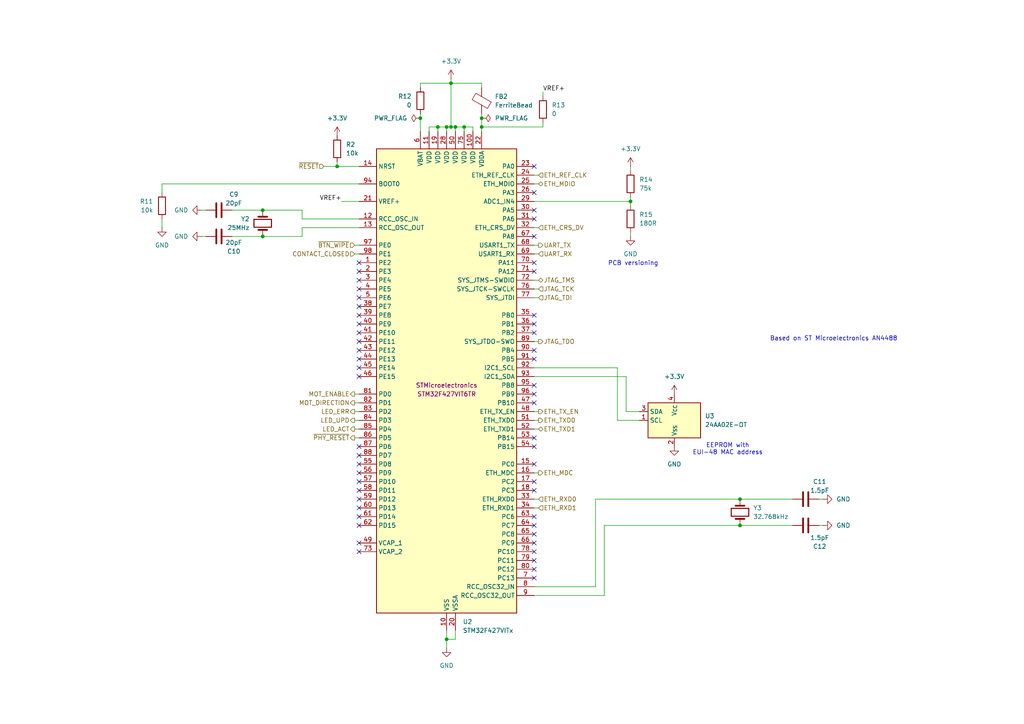
<source format=kicad_sch>
(kicad_sch (version 20250114) (generator "eeschema") (generator_version "9.0")
  (paper "A4")
  (title_block (title "iot-contact"))
  (lib_symbols
    (symbol "Device:C" (pin_numbers (hide yes)) (pin_names (offset 0.254))
      (property "Reference" "C" (at 0.635 2.54 0))
      (property "Value" "C" (at 0.635 -2.54 0))
      (symbol "C_0_1"
        (polyline (pts (xy -2.032 0.762) (xy 2.032 0.762)) (stroke (width 0.508)))
        (polyline (pts (xy -2.032 -0.762) (xy 2.032 -0.762)) (stroke (width 0.508)))
      )
      (symbol "C_1_1"
        (pin passive line (at 0 3.81 270) (length 2.794) (name "~") (number "1"))
        (pin passive line (at 0 -3.81 90) (length 2.794) (name "~") (number "2"))
      )
    )
    (symbol "Device:Crystal" (pin_numbers (hide yes)) (pin_names (offset 1.016) (hide yes))
      (property "Reference" "Y" (at 0 3.81 0))
      (property "Value" "Crystal" (at 0 -3.81 0))
      (symbol "Crystal_0_1"
        (polyline (pts (xy -2.54 0) (xy -1.905 0)))
        (polyline (pts (xy -1.905 -1.27) (xy -1.905 1.27)) (stroke (width 0.508)))
        (rectangle (start -1.143 2.54) (end 1.143 -2.54) (stroke (width 0.3048)))
        (polyline (pts (xy 1.905 -1.27) (xy 1.905 1.27)) (stroke (width 0.508)))
        (polyline (pts (xy 2.54 0) (xy 1.905 0)))
      )
      (symbol "Crystal_1_1"
        (pin passive line (at -3.81 0 0) (length 1.27) (name "1") (number "1"))
        (pin passive line (at 3.81 0 180) (length 1.27) (name "2") (number "2"))
      )
    )
    (symbol "Device:FerriteBead" (pin_numbers (hide yes)) (pin_names (offset 0))
      (property "Reference" "FB" (at -3.81 0.635 90))
      (property "Value" "FerriteBead" (at 3.81 0 90))
      (symbol "FerriteBead_0_1"
        (polyline (pts (xy -2.7686 0.4064) (xy -1.7018 2.2606) (xy 2.7686 -0.3048) (xy 1.6764 -2.159) (xy -2.7686 0.4064)))
        (polyline (pts (xy 0 1.27) (xy 0 1.2954)))
        (polyline (pts (xy 0 -1.27) (xy 0 -1.2192)))
      )
      (symbol "FerriteBead_1_1"
        (pin passive line (at 0 3.81 270) (length 2.54) (name "~") (number "1"))
        (pin passive line (at 0 -3.81 90) (length 2.54) (name "~") (number "2"))
      )
    )
    (symbol "Device:R" (pin_numbers (hide yes)) (pin_names (offset 0))
      (property "Reference" "R" (at 2.032 0 90))
      (property "Value" "R" (at 0 0 90))
      (symbol "R_0_1"
        (rectangle (start -1.016 -2.54) (end 1.016 2.54) (stroke (width 0.254)))
      )
      (symbol "R_1_1"
        (pin passive line (at 0 3.81 270) (length 1.27) (name "~") (number "1"))
        (pin passive line (at 0 -3.81 90) (length 1.27) (name "~") (number "2"))
      )
    )
    (symbol "MCU_ST_STM32F4:STM32F427VITx"
      (property "Reference" "U" (at -20.32 69.85 0))
      (property "Value" "STM32F427VITx" (at 12.7 69.85 0))
      (symbol "STM32F427VITx_0_1"
        (rectangle (start -20.32 -66.04) (end 20.32 68.58) (stroke (width 0.254)) (fill (type background)))
      )
      (symbol "STM32F427VITx_1_1"
        (pin input line (at -25.4 63.5 0) (length 5.08) (name "NRST") (number "14"))
        (pin input line (at -25.4 58.42 0) (length 5.08) (name "BOOT0") (number "94"))
        (pin input line (at -25.4 53.34 0) (length 5.08) (name "VREF+") (number "21"))
        (pin bidirectional line (at -25.4 48.26 0) (length 5.08) (name "PH0") (number "12") (alternate "RCC_OSC_IN" bidirectional line))
        (pin bidirectional line (at -25.4 45.72 0) (length 5.08) (name "PH1") (number "13") (alternate "RCC_OSC_OUT" bidirectional line))
        (pin bidirectional line (at -25.4 40.64 0) (length 5.08) (name "PE0") (number "97"))
        (pin bidirectional line (at -25.4 38.1 0) (length 5.08) (name "PE1") (number "98"))
        (pin bidirectional line (at -25.4 35.56 0) (length 5.08) (name "PE2") (number "1"))
        (pin bidirectional line (at -25.4 33.02 0) (length 5.08) (name "PE3") (number "2"))
        (pin bidirectional line (at -25.4 30.48 0) (length 5.08) (name "PE4") (number "3"))
        (pin bidirectional line (at -25.4 27.94 0) (length 5.08) (name "PE5") (number "4"))
        (pin bidirectional line (at -25.4 25.4 0) (length 5.08) (name "PE6") (number "5"))
        (pin bidirectional line (at -25.4 22.86 0) (length 5.08) (name "PE7") (number "38"))
        (pin bidirectional line (at -25.4 20.32 0) (length 5.08) (name "PE8") (number "39"))
        (pin bidirectional line (at -25.4 17.78 0) (length 5.08) (name "PE9") (number "40"))
        (pin bidirectional line (at -25.4 15.24 0) (length 5.08) (name "PE10") (number "41"))
        (pin bidirectional line (at -25.4 12.7 0) (length 5.08) (name "PE11") (number "42"))
        (pin bidirectional line (at -25.4 10.16 0) (length 5.08) (name "PE12") (number "43"))
        (pin bidirectional line (at -25.4 7.62 0) (length 5.08) (name "PE13") (number "44"))
        (pin bidirectional line (at -25.4 5.08 0) (length 5.08) (name "PE14") (number "45"))
        (pin bidirectional line (at -25.4 2.54 0) (length 5.08) (name "PE15") (number "46"))
        (pin bidirectional line (at -25.4 -2.54 0) (length 5.08) (name "PD0") (number "81"))
        (pin bidirectional line (at -25.4 -5.08 0) (length 5.08) (name "PD1") (number "82"))
        (pin bidirectional line (at -25.4 -7.62 0) (length 5.08) (name "PD2") (number "83"))
        (pin bidirectional line (at -25.4 -10.16 0) (length 5.08) (name "PD3") (number "84"))
        (pin bidirectional line (at -25.4 -12.7 0) (length 5.08) (name "PD4") (number "85"))
        (pin bidirectional line (at -25.4 -15.24 0) (length 5.08) (name "PD5") (number "86"))
        (pin bidirectional line (at -25.4 -17.78 0) (length 5.08) (name "PD6") (number "87"))
        (pin bidirectional line (at -25.4 -20.32 0) (length 5.08) (name "PD7") (number "88"))
        (pin bidirectional line (at -25.4 -22.86 0) (length 5.08) (name "PD8") (number "55"))
        (pin bidirectional line (at -25.4 -25.4 0) (length 5.08) (name "PD9") (number "56"))
        (pin bidirectional line (at -25.4 -27.94 0) (length 5.08) (name "PD10") (number "57"))
        (pin bidirectional line (at -25.4 -30.48 0) (length 5.08) (name "PD11") (number "58"))
        (pin bidirectional line (at -25.4 -33.02 0) (length 5.08) (name "PD12") (number "59"))
        (pin bidirectional line (at -25.4 -35.56 0) (length 5.08) (name "PD13") (number "60"))
        (pin bidirectional line (at -25.4 -38.1 0) (length 5.08) (name "PD14") (number "61"))
        (pin bidirectional line (at -25.4 -40.64 0) (length 5.08) (name "PD15") (number "62"))
        (pin power_out line (at -25.4 -45.72 0) (length 5.08) (name "VCAP_1") (number "49"))
        (pin power_out line (at -25.4 -48.26 0) (length 5.08) (name "VCAP_2") (number "73"))
        (pin power_in line (at -7.62 73.66 270) (length 5.08) (name "VBAT") (number "6"))
        (pin power_in line (at -5.08 73.66 270) (length 5.08) (name "VDD") (number "11"))
        (pin power_in line (at -2.54 73.66 270) (length 5.08) (name "VDD") (number "19"))
        (pin power_in line (at 0 73.66 270) (length 5.08) (name "VDD") (number "28"))
        (pin power_in line (at 0 -71.12 90) (length 5.08) (name "VSS") (number "10"))
        (pin passive line (at 0 -71.12 90) (length 5.08) (hide yes) (name "VSS") (number "27"))
        (pin passive line (at 0 -71.12 90) (length 5.08) (hide yes) (name "VSS") (number "74"))
        (pin passive line (at 0 -71.12 90) (length 5.08) (hide yes) (name "VSS") (number "99"))
        (pin power_in line (at 2.54 73.66 270) (length 5.08) (name "VDD") (number "50"))
        (pin power_in line (at 2.54 -71.12 90) (length 5.08) (name "VSSA") (number "20"))
        (pin power_in line (at 5.08 73.66 270) (length 5.08) (name "VDD") (number "75"))
        (pin power_in line (at 7.62 73.66 270) (length 5.08) (name "VDD") (number "100"))
        (pin power_in line (at 10.16 73.66 270) (length 5.08) (name "VDDA") (number "22"))
        (pin bidirectional line (at 25.4 63.5 180) (length 5.08) (name "PA0") (number "23"))
        (pin bidirectional line (at 25.4 60.96 180) (length 5.08) (name "PA1") (number "24") (alternate "ETH_REF_CLK" bidirectional line))
        (pin bidirectional line (at 25.4 58.42 180) (length 5.08) (name "PA2") (number "25") (alternate "ETH_MDIO" bidirectional line))
        (pin bidirectional line (at 25.4 55.88 180) (length 5.08) (name "PA3") (number "26"))
        (pin bidirectional line (at 25.4 53.34 180) (length 5.08) (name "PA4") (number "29") (alternate "ADC1_IN4" bidirectional line))
        (pin bidirectional line (at 25.4 50.8 180) (length 5.08) (name "PA5") (number "30"))
        (pin bidirectional line (at 25.4 48.26 180) (length 5.08) (name "PA6") (number "31"))
        (pin bidirectional line (at 25.4 45.72 180) (length 5.08) (name "PA7") (number "32") (alternate "ETH_CRS_DV" bidirectional line))
        (pin bidirectional line (at 25.4 43.18 180) (length 5.08) (name "PA8") (number "67"))
        (pin bidirectional line (at 25.4 40.64 180) (length 5.08) (name "PA9") (number "68") (alternate "USART1_TX" bidirectional line))
        (pin bidirectional line (at 25.4 38.1 180) (length 5.08) (name "PA10") (number "69") (alternate "USART1_RX" bidirectional line))
        (pin bidirectional line (at 25.4 35.56 180) (length 5.08) (name "PA11") (number "70"))
        (pin bidirectional line (at 25.4 33.02 180) (length 5.08) (name "PA12") (number "71"))
        (pin bidirectional line (at 25.4 30.48 180) (length 5.08) (name "PA13") (number "72") (alternate "SYS_JTMS-SWDIO" bidirectional line))
        (pin bidirectional line (at 25.4 27.94 180) (length 5.08) (name "PA14") (number "76") (alternate "SYS_JTCK-SWCLK" bidirectional line))
        (pin bidirectional line (at 25.4 25.4 180) (length 5.08) (name "PA15") (number "77") (alternate "SYS_JTDI" bidirectional line))
        (pin bidirectional line (at 25.4 20.32 180) (length 5.08) (name "PB0") (number "35"))
        (pin bidirectional line (at 25.4 17.78 180) (length 5.08) (name "PB1") (number "36"))
        (pin bidirectional line (at 25.4 15.24 180) (length 5.08) (name "PB2") (number "37"))
        (pin bidirectional line (at 25.4 12.7 180) (length 5.08) (name "PB3") (number "89") (alternate "SYS_JTDO-SWO" bidirectional line))
        (pin bidirectional line (at 25.4 10.16 180) (length 5.08) (name "PB4") (number "90"))
        (pin bidirectional line (at 25.4 7.62 180) (length 5.08) (name "PB5") (number "91"))
        (pin bidirectional line (at 25.4 5.08 180) (length 5.08) (name "PB6") (number "92") (alternate "I2C1_SCL" bidirectional line) (alternate "USART1_TX" bidirectional line))
        (pin bidirectional line (at 25.4 2.54 180) (length 5.08) (name "PB7") (number "93") (alternate "I2C1_SDA" bidirectional line) (alternate "USART1_RX" bidirectional line))
        (pin bidirectional line (at 25.4 0 180) (length 5.08) (name "PB8") (number "95") (alternate "I2C1_SCL" bidirectional line))
        (pin bidirectional line (at 25.4 -2.54 180) (length 5.08) (name "PB9") (number "96") (alternate "I2C1_SDA" bidirectional line))
        (pin bidirectional line (at 25.4 -5.08 180) (length 5.08) (name "PB10") (number "47"))
        (pin bidirectional line (at 25.4 -7.62 180) (length 5.08) (name "PB11") (number "48") (alternate "ETH_TX_EN" bidirectional line))
        (pin bidirectional line (at 25.4 -10.16 180) (length 5.08) (name "PB12") (number "51") (alternate "ETH_TXD0" bidirectional line))
        (pin bidirectional line (at 25.4 -12.7 180) (length 5.08) (name "PB13") (number "52") (alternate "ETH_TXD1" bidirectional line))
        (pin bidirectional line (at 25.4 -15.24 180) (length 5.08) (name "PB14") (number "53"))
        (pin bidirectional line (at 25.4 -17.78 180) (length 5.08) (name "PB15") (number "54"))
        (pin bidirectional line (at 25.4 -22.86 180) (length 5.08) (name "PC0") (number "15"))
        (pin bidirectional line (at 25.4 -25.4 180) (length 5.08) (name "PC1") (number "16") (alternate "ETH_MDC" bidirectional line))
        (pin bidirectional line (at 25.4 -27.94 180) (length 5.08) (name "PC2") (number "17"))
        (pin bidirectional line (at 25.4 -30.48 180) (length 5.08) (name "PC3") (number "18"))
        (pin bidirectional line (at 25.4 -33.02 180) (length 5.08) (name "PC4") (number "33") (alternate "ETH_RXD0" bidirectional line))
        (pin bidirectional line (at 25.4 -35.56 180) (length 5.08) (name "PC5") (number "34") (alternate "ETH_RXD1" bidirectional line))
        (pin bidirectional line (at 25.4 -38.1 180) (length 5.08) (name "PC6") (number "63"))
        (pin bidirectional line (at 25.4 -40.64 180) (length 5.08) (name "PC7") (number "64"))
        (pin bidirectional line (at 25.4 -43.18 180) (length 5.08) (name "PC8") (number "65"))
        (pin bidirectional line (at 25.4 -45.72 180) (length 5.08) (name "PC9") (number "66"))
        (pin bidirectional line (at 25.4 -48.26 180) (length 5.08) (name "PC10") (number "78"))
        (pin bidirectional line (at 25.4 -50.8 180) (length 5.08) (name "PC11") (number "79"))
        (pin bidirectional line (at 25.4 -53.34 180) (length 5.08) (name "PC12") (number "80"))
        (pin bidirectional line (at 25.4 -55.88 180) (length 5.08) (name "PC13") (number "7"))
        (pin bidirectional line (at 25.4 -58.42 180) (length 5.08) (name "PC14") (number "8") (alternate "RCC_OSC32_IN" bidirectional line))
        (pin bidirectional line (at 25.4 -60.96 180) (length 5.08) (name "PC15") (number "9") (alternate "RCC_OSC32_OUT" bidirectional line))
      )
    )
    (symbol "Memory_EEPROM:24AA02E-OT"
      (property "Reference" "U" (at -7.62 6.35 0))
      (property "Value" "24AA02E-OT" (at 2.54 -6.35 0))
      (symbol "24AA02E-OT_1_1"
        (rectangle (start -7.62 5.08) (end 7.62 -5.08) (stroke (width 0.254)) (fill (type background)))
        (pin no_connect line (at -10.16 0 0) (length 2.54) (hide yes) (name "NC") (number "5"))
        (pin power_in line (at 0 7.62 270) (length 2.54) (name "V_{CC}") (number "4"))
        (pin power_in line (at 0 -7.62 90) (length 2.54) (name "V_{SS}") (number "2"))
        (pin bidirectional line (at 10.16 2.54 180) (length 2.54) (name "SDA") (number "3"))
        (pin input line (at 10.16 0 180) (length 2.54) (name "SCL") (number "1"))
      )
    )
    (symbol "power:+3.3V" (power) (pin_numbers (hide yes)) (pin_names (offset 0) (hide yes))
      (property "Value" "+3.3V" (at 0 3.556 0))
      (symbol "+3.3V_0_1"
        (polyline (pts (xy -0.762 1.27) (xy 0 2.54)))
        (polyline (pts (xy 0 2.54) (xy 0.762 1.27)))
        (polyline (pts (xy 0 0) (xy 0 2.54)))
      )
      (symbol "+3.3V_1_1"
        (pin power_in line (at 0 0 90) (length 0) (name "~") (number "1"))
      )
    )
    (symbol "power:GND" (power) (pin_numbers (hide yes)) (pin_names (offset 0) (hide yes))
      (property "Value" "GND" (at 0 -3.81 0))
      (symbol "GND_0_1"
        (polyline (pts (xy 0 0) (xy 0 -1.27) (xy 1.27 -1.27) (xy 0 -2.54) (xy -1.27 -1.27) (xy 0 -1.27)))
      )
      (symbol "GND_1_1"
        (pin power_in line (at 0 0 270) (length 0) (name "~") (number "1"))
      )
    )
    (symbol "power:PWR_FLAG" (power) (pin_numbers (hide yes)) (pin_names (offset 0) (hide yes))
      (property "Value" "PWR_FLAG" (at 0 3.81 0))
      (symbol "PWR_FLAG_0_0"
        (pin power_out line (at 0 0 90) (length 0) (name "~") (number "1"))
      )
      (symbol "PWR_FLAG_0_1"
        (polyline (pts (xy 0 0) (xy 0 1.27) (xy -1.016 1.905) (xy 0 2.54) (xy 1.016 1.905) (xy 0 1.27)))
      )
    )
  )
  (text "PCB versioning" (at 183.642 76.454 0) (effects (font (size 1.27 1.27))))
  (text "EEPROM with\nEUI-48 MAC address" (at 211.074 130.302 0) (effects (font (size 1.27 1.27))))
  (text "Based on ST Microelectronics AN4488" (at 241.808 98.298 0) (effects (font (size 1.27 1.27))))
  (junction (at 130.81 24.13))
  (junction (at 129.54 185.42))
  (junction (at 97.79 48.26))
  (junction (at 132.08 36.83))
  (junction (at 139.7 34.29))
  (junction (at 76.2 68.58))
  (junction (at 214.63 144.78))
  (junction (at 139.7 36.83))
  (junction (at 214.63 152.4))
  (junction (at 129.54 36.83))
  (junction (at 130.81 36.83))
  (junction (at 121.92 34.29))
  (junction (at 182.88 58.42))
  (junction (at 127 36.83))
  (junction (at 134.62 36.83))
  (junction (at 76.2 60.96))
  (no_connect (at 154.94 149.86))
  (no_connect (at 104.14 88.9))
  (no_connect (at 104.14 152.4))
  (no_connect (at 154.94 114.3))
  (no_connect (at 154.94 142.24))
  (no_connect (at 104.14 160.02))
  (no_connect (at 154.94 167.64))
  (no_connect (at 104.14 149.86))
  (no_connect (at 104.14 132.08))
  (no_connect (at 104.14 142.24))
  (no_connect (at 154.94 139.7))
  (no_connect (at 154.94 127))
  (no_connect (at 104.14 101.6))
  (no_connect (at 154.94 76.2))
  (no_connect (at 154.94 96.52))
  (no_connect (at 104.14 91.44))
  (no_connect (at 154.94 129.54))
  (no_connect (at 104.14 144.78))
  (no_connect (at 154.94 55.88))
  (no_connect (at 104.14 137.16))
  (no_connect (at 104.14 81.28))
  (no_connect (at 104.14 139.7))
  (no_connect (at 104.14 109.22))
  (no_connect (at 154.94 78.74))
  (no_connect (at 154.94 91.44))
  (no_connect (at 104.14 134.62))
  (no_connect (at 154.94 134.62))
  (no_connect (at 104.14 76.2))
  (no_connect (at 104.14 157.48))
  (no_connect (at 154.94 162.56))
  (no_connect (at 104.14 93.98))
  (no_connect (at 154.94 157.48))
  (no_connect (at 154.94 93.98))
  (no_connect (at 154.94 60.96))
  (no_connect (at 154.94 104.14))
  (no_connect (at 154.94 101.6))
  (no_connect (at 104.14 147.32))
  (no_connect (at 154.94 63.5))
  (no_connect (at 104.14 86.36))
  (no_connect (at 104.14 83.82))
  (no_connect (at 104.14 104.14))
  (no_connect (at 154.94 160.02))
  (no_connect (at 154.94 68.58))
  (no_connect (at 154.94 154.94))
  (no_connect (at 154.94 48.26))
  (no_connect (at 154.94 111.76))
  (no_connect (at 154.94 165.1))
  (no_connect (at 104.14 129.54))
  (no_connect (at 104.14 78.74))
  (no_connect (at 104.14 106.68))
  (no_connect (at 104.14 96.52))
  (no_connect (at 154.94 152.4))
  (no_connect (at 154.94 116.84))
  (no_connect (at 104.14 99.06))
  (wire (pts (xy 134.62 38.1) (xy 134.62 36.83)))
  (wire (pts (xy 154.94 50.8) (xy 156.21 50.8)))
  (wire (pts (xy 46.99 63.5) (xy 46.99 66.04)))
  (wire (pts (xy 154.94 119.38) (xy 156.21 119.38)))
  (wire (pts (xy 127 36.83) (xy 127 38.1)))
  (wire (pts (xy 102.87 127) (xy 104.14 127)))
  (wire (pts (xy 137.16 36.83) (xy 134.62 36.83)))
  (wire (pts (xy 132.08 182.88) (xy 132.08 185.42)))
  (wire (pts (xy 139.7 34.29) (xy 139.7 36.83)))
  (wire (pts (xy 175.26 152.4) (xy 175.26 172.72)))
  (wire (pts (xy 175.26 172.72) (xy 154.94 172.72)))
  (wire (pts (xy 157.48 36.83) (xy 139.7 36.83)))
  (wire (pts (xy 172.72 170.18) (xy 172.72 144.78)))
  (wire (pts (xy 58.42 68.58) (xy 59.69 68.58)))
  (wire (pts (xy 137.16 38.1) (xy 137.16 36.83)))
  (wire (pts (xy 181.61 109.22) (xy 181.61 119.38)))
  (wire (pts (xy 121.92 34.29) (xy 121.92 38.1)))
  (wire (pts (xy 182.88 57.15) (xy 182.88 58.42)))
  (wire (pts (xy 154.94 99.06) (xy 156.21 99.06)))
  (wire (pts (xy 182.88 67.31) (xy 182.88 68.58)))
  (wire (pts (xy 154.94 58.42) (xy 182.88 58.42)))
  (wire (pts (xy 87.63 68.58) (xy 76.2 68.58)))
  (wire (pts (xy 237.49 152.4) (xy 238.76 152.4)))
  (wire (pts (xy 97.79 48.26) (xy 104.14 48.26)))
  (wire (pts (xy 99.06 58.42) (xy 104.14 58.42)))
  (wire (pts (xy 154.94 73.66) (xy 156.21 73.66)))
  (wire (pts (xy 87.63 66.04) (xy 87.63 68.58)))
  (wire (pts (xy 139.7 36.83) (xy 139.7 38.1)))
  (wire (pts (xy 154.94 137.16) (xy 156.21 137.16)))
  (wire (pts (xy 214.63 144.78) (xy 229.87 144.78)))
  (wire (pts (xy 130.81 24.13) (xy 130.81 22.86)))
  (wire (pts (xy 129.54 38.1) (xy 129.54 36.83)))
  (wire (pts (xy 93.98 48.26) (xy 97.79 48.26)))
  (wire (pts (xy 154.94 106.68) (xy 179.07 106.68)))
  (wire (pts (xy 154.94 124.46) (xy 156.21 124.46)))
  (wire (pts (xy 124.46 36.83) (xy 124.46 38.1)))
  (wire (pts (xy 179.07 106.68) (xy 179.07 121.92)))
  (wire (pts (xy 67.31 68.58) (xy 76.2 68.58)))
  (wire (pts (xy 58.42 60.96) (xy 59.69 60.96)))
  (wire (pts (xy 104.14 66.04) (xy 87.63 66.04)))
  (wire (pts (xy 139.7 25.4) (xy 139.7 24.13)))
  (wire (pts (xy 102.87 73.66) (xy 104.14 73.66)))
  (wire (pts (xy 157.48 26.67) (xy 157.48 27.94)))
  (wire (pts (xy 129.54 36.83) (xy 130.81 36.83)))
  (wire (pts (xy 154.94 109.22) (xy 181.61 109.22)))
  (wire (pts (xy 97.79 46.99) (xy 97.79 48.26)))
  (wire (pts (xy 130.81 36.83) (xy 132.08 36.83)))
  (wire (pts (xy 139.7 33.02) (xy 139.7 34.29)))
  (wire (pts (xy 132.08 36.83) (xy 132.08 38.1)))
  (wire (pts (xy 182.88 48.26) (xy 182.88 49.53)))
  (wire (pts (xy 154.94 170.18) (xy 172.72 170.18)))
  (wire (pts (xy 157.48 35.56) (xy 157.48 36.83)))
  (wire (pts (xy 154.94 86.36) (xy 156.21 86.36)))
  (wire (pts (xy 127 36.83) (xy 124.46 36.83)))
  (wire (pts (xy 102.87 121.92) (xy 104.14 121.92)))
  (wire (pts (xy 154.94 81.28) (xy 156.21 81.28)))
  (wire (pts (xy 67.31 60.96) (xy 76.2 60.96)))
  (wire (pts (xy 102.87 124.46) (xy 104.14 124.46)))
  (wire (pts (xy 134.62 36.83) (xy 132.08 36.83)))
  (wire (pts (xy 154.94 144.78) (xy 156.21 144.78)))
  (wire (pts (xy 237.49 144.78) (xy 238.76 144.78)))
  (wire (pts (xy 102.87 114.3) (xy 104.14 114.3)))
  (wire (pts (xy 121.92 25.4) (xy 121.92 24.13)))
  (wire (pts (xy 139.7 24.13) (xy 130.81 24.13)))
  (wire (pts (xy 46.99 55.88) (xy 46.99 53.34)))
  (wire (pts (xy 182.88 58.42) (xy 182.88 59.69)))
  (wire (pts (xy 121.92 24.13) (xy 130.81 24.13)))
  (wire (pts (xy 104.14 63.5) (xy 87.63 63.5)))
  (wire (pts (xy 154.94 147.32) (xy 156.21 147.32)))
  (wire (pts (xy 172.72 144.78) (xy 214.63 144.78)))
  (wire (pts (xy 46.99 53.34) (xy 104.14 53.34)))
  (wire (pts (xy 129.54 185.42) (xy 129.54 187.96)))
  (wire (pts (xy 129.54 182.88) (xy 129.54 185.42)))
  (wire (pts (xy 87.63 63.5) (xy 87.63 60.96)))
  (wire (pts (xy 214.63 152.4) (xy 229.87 152.4)))
  (wire (pts (xy 154.94 66.04) (xy 156.21 66.04)))
  (wire (pts (xy 179.07 121.92) (xy 185.42 121.92)))
  (wire (pts (xy 130.81 36.83) (xy 130.81 24.13)))
  (wire (pts (xy 154.94 83.82) (xy 156.21 83.82)))
  (wire (pts (xy 181.61 119.38) (xy 185.42 119.38)))
  (wire (pts (xy 102.87 71.12) (xy 104.14 71.12)))
  (wire (pts (xy 154.94 121.92) (xy 156.21 121.92)))
  (wire (pts (xy 154.94 71.12) (xy 156.21 71.12)))
  (wire (pts (xy 121.92 33.02) (xy 121.92 34.29)))
  (wire (pts (xy 154.94 53.34) (xy 156.21 53.34)))
  (wire (pts (xy 87.63 60.96) (xy 76.2 60.96)))
  (wire (pts (xy 129.54 36.83) (xy 127 36.83)))
  (wire (pts (xy 214.63 152.4) (xy 175.26 152.4)))
  (wire (pts (xy 102.87 116.84) (xy 104.14 116.84)))
  (wire (pts (xy 132.08 185.42) (xy 129.54 185.42)))
  (wire (pts (xy 102.87 119.38) (xy 104.14 119.38)))
  (label "VREF+" (at 157.48 26.67 0))
  (label "VREF+" (at 99.06 58.42 180))
  (hierarchical_label "~{RESET}" (shape input) (at 93.98 48.26 180))
  (hierarchical_label "ETH_REF_CLK" (shape input) (at 156.21 50.8 0))
  (hierarchical_label "MOT_ENABLE" (shape output) (at 102.87 114.3 180))
  (hierarchical_label "UART_TX" (shape output) (at 156.21 71.12 0))
  (hierarchical_label "ETH_TXD1" (shape bidirectional) (at 156.21 124.46 0))
  (hierarchical_label "LED_UPD" (shape output) (at 102.87 121.92 180))
  (hierarchical_label "JTAG_TMS" (shape bidirectional) (at 156.21 81.28 0))
  (hierarchical_label "~{BTN_WIPE}" (shape input) (at 102.87 71.12 180))
  (hierarchical_label "JTAG_TDI" (shape input) (at 156.21 86.36 0))
  (hierarchical_label "LED_ACT" (shape output) (at 102.87 124.46 180))
  (hierarchical_label "MOT_DIRECTION" (shape output) (at 102.87 116.84 180))
  (hierarchical_label "ETH_RXD1" (shape input) (at 156.21 147.32 0))
  (hierarchical_label "JTAG_TCK" (shape input) (at 156.21 83.82 0))
  (hierarchical_label "ETH_CRS_DV" (shape input) (at 156.21 66.04 0))
  (hierarchical_label "ETH_TXD0" (shape output) (at 156.21 121.92 0))
  (hierarchical_label "ETH_TX_EN" (shape output) (at 156.21 119.38 0))
  (hierarchical_label "ETH_RXD0" (shape input) (at 156.21 144.78 0))
  (hierarchical_label "JTAG_TDO" (shape output) (at 156.21 99.06 0))
  (hierarchical_label "ETH_MDIO" (shape bidirectional) (at 156.21 53.34 0))
  (hierarchical_label "LED_ERR" (shape output) (at 102.87 119.38 180))
  (hierarchical_label "~{PHY_RESET}" (shape output) (at 102.87 127 180))
  (hierarchical_label "UART_RX" (shape input) (at 156.21 73.66 0))
  (hierarchical_label "ETH_MDC" (shape output) (at 156.21 137.16 0))
  (hierarchical_label "CONTACT_CLOSED" (shape input) (at 102.87 73.66 180))
  (symbol (lib_id "Memory_EEPROM:24AA02E-OT") (at 195.58 121.92 0) (mirror y) (unit 1)
    (property "Reference" "U3" (at 204.47 120.6499 0) (effects (justify right)))
    (property "Value" "24AA02E-OT" (at 204.47 123.1899 0) (effects (justify right)))
    (property "Footprint" "Package_TO_SOT_SMD:SOT-23-5" (effects (hide yes)))
    (property "Datasheet" "https://ww1.microchip.com/downloads/aemDocuments/documents/MPD/ProductDocuments/DataSheets/2-Kbit-I2C-Serial-EEPROMs-+EUI-48-or-EUI-64-Node-20002124.pdf" (effects (hide yes)))
    (property "Description" "I2C Serial EEPROM with EUI-48 or EUI-64, 2Kb, SOT-23-5" (effects (hide yes)))
  )
  (symbol (lib_id "Device:C") (at 63.5 60.96 90) (unit 1)
    (property "Reference" "C9" (at 67.818 56.388 90))
    (property "Value" "20pF" (at 67.818 58.928 90))
    (property "Description" "Unpolarized capacitor" (effects (hide yes)))
  )
  (symbol (lib_id "power:GND") (at 195.58 129.54 0) (mirror y) (unit 1)
    (property "Reference" "#PWR030" (effects (hide yes)))
    (property "Value" "GND" (at 195.58 134.62 0))
    (property "Description" "Power symbol creates a global label with name \"GND\" , ground" (effects (hide yes)))
  )
  (symbol (lib_id "Device:R") (at 182.88 63.5 0) (unit 1)
    (property "Reference" "R15" (at 185.42 62.2299 0) (effects (justify left)))
    (property "Value" "180R" (at 185.42 64.7699 0) (effects (justify left)))
    (property "Description" "Resistor" (effects (hide yes)))
  )
  (symbol (lib_id "Device:R") (at 46.99 59.69 0) (mirror y) (unit 1)
    (property "Reference" "R11" (at 44.45 58.4199 0) (effects (justify left)))
    (property "Value" "10k" (at 44.45 60.9599 0) (effects (justify left)))
    (property "Description" "Resistor" (effects (hide yes)))
  )
  (symbol (lib_id "power:GND") (at 58.42 68.58 270) (unit 1)
    (property "Reference" "#PWR024" (effects (hide yes)))
    (property "Value" "GND" (at 54.61 68.5799 90) (effects (justify right)))
    (property "Description" "Power symbol creates a global label with name \"GND\" , ground" (effects (hide yes)))
  )
  (symbol (lib_id "Device:R") (at 182.88 53.34 0) (unit 1)
    (property "Reference" "R14" (at 185.42 52.0699 0) (effects (justify left)))
    (property "Value" "75k" (at 185.42 54.6099 0) (effects (justify left)))
    (property "Description" "Resistor" (effects (hide yes)))
  )
  (symbol (lib_id "Device:R") (at 97.79 43.18 0) (unit 1)
    (property "Reference" "R2" (at 100.33 41.9099 0) (effects (justify left)))
    (property "Value" "10k" (at 100.33 44.4499 0) (effects (justify left)))
    (property "Description" "Resistor" (effects (hide yes)))
  )
  (symbol (lib_id "MCU_ST_STM32F4:STM32F427VITx") (at 129.54 111.76 0) (unit 1)
    (property "Reference" "U2" (at 134.2233 180.34 0) (effects (justify left)))
    (property "Value" "STM32F427VITx" (at 134.2233 182.88 0) (effects (justify left)))
    (property "Footprint" "Package_QFP:LQFP-100_14x14mm_P0.5mm" (effects (hide yes)))
    (property "Datasheet" "https://www.st.com/resource/en/datasheet/stm32f427vi.pdf" (effects (hide yes)))
    (property "Description" "STMicroelectronics Arm Cortex-M4 MCU, 2048KB flash, 256KB RAM, 180 MHz, 1.8-3.6V, 82 GPIO, LQFP100" (effects (hide yes)))
    (property "MPN" "STM32F427VIT6TR" (at 129.54 114.3 0))
    (property "Manufacturer" "STMicroelectronics" (at 129.54 111.76 0))
    (pin "92" (alternate "I2C1_SCL"))
    (pin "48" (alternate "ETH_TX_EN"))
    (pin "9" (alternate "RCC_OSC32_OUT"))
    (pin "8" (alternate "RCC_OSC32_IN"))
    (pin "76" (alternate "SYS_JTCK-SWCLK"))
    (pin "32" (alternate "ETH_CRS_DV"))
    (pin "77" (alternate "SYS_JTDI"))
    (pin "68" (alternate "USART1_TX"))
    (pin "72" (alternate "SYS_JTMS-SWDIO"))
    (pin "69" (alternate "USART1_RX"))
    (pin "33" (alternate "ETH_RXD0"))
    (pin "12" (alternate "RCC_OSC_IN"))
    (pin "13" (alternate "RCC_OSC_OUT"))
    (pin "52" (alternate "ETH_TXD1"))
    (pin "51" (alternate "ETH_TXD0"))
    (pin "89" (alternate "SYS_JTDO-SWO"))
    (pin "25" (alternate "ETH_MDIO"))
    (pin "24" (alternate "ETH_REF_CLK"))
    (pin "34" (alternate "ETH_RXD1"))
    (pin "93" (alternate "I2C1_SDA"))
    (pin "29" (alternate "ADC1_IN4"))
    (pin "16" (alternate "ETH_MDC"))
  )
  (symbol (lib_id "Device:C") (at 233.68 144.78 90) (unit 1)
    (property "Reference" "C11" (at 237.744 139.7 90))
    (property "Value" "1.5pF" (at 237.744 142.24 90))
    (property "Description" "Unpolarized capacitor" (effects (hide yes)))
  )
  (symbol (lib_id "power:GND") (at 58.42 60.96 270) (unit 1)
    (property "Reference" "#PWR023" (effects (hide yes)))
    (property "Value" "GND" (at 54.61 60.9599 90) (effects (justify right)))
    (property "Description" "Power symbol creates a global label with name \"GND\" , ground" (effects (hide yes)))
  )
  (symbol (lib_id "power:+3.3V") (at 182.88 48.26 0) (unit 1)
    (property "Reference" "#PWR011" (effects (hide yes)))
    (property "Value" "+3.3V" (at 182.88 43.18 0))
    (property "Description" "Power symbol creates a global label with name \"+3.3V\"" (effects (hide yes)))
  )
  (symbol (lib_id "power:+3.3V") (at 97.79 39.37 0) (unit 1)
    (property "Reference" "#PWR020" (effects (hide yes)))
    (property "Value" "+3.3V" (at 97.79 34.29 0))
    (property "Description" "Power symbol creates a global label with name \"+3.3V\"" (effects (hide yes)))
  )
  (symbol (lib_id "power:PWR_FLAG") (at 121.92 34.29 90) (mirror x) (unit 1)
    (property "Reference" "#FLG04" (effects (hide yes)))
    (property "Value" "PWR_FLAG" (at 118.11 34.2899 90) (effects (justify left)))
    (property "Description" "Special symbol for telling ERC where power comes from" (effects (hide yes)))
  )
  (symbol (lib_id "Device:Crystal") (at 214.63 148.59 90) (unit 1)
    (property "Reference" "Y3" (at 218.44 147.3199 90) (effects (justify right)))
    (property "Value" "32.768kHz" (at 218.44 149.8599 90) (effects (justify right)))
    (property "Description" "Two pin crystal" (effects (hide yes)))
  )
  (symbol (lib_id "power:GND") (at 46.99 66.04 0) (unit 1)
    (property "Reference" "#PWR022" (effects (hide yes)))
    (property "Value" "GND" (at 46.99 71.12 0))
    (property "Description" "Power symbol creates a global label with name \"GND\" , ground" (effects (hide yes)))
  )
  (symbol (lib_id "Device:R") (at 121.92 29.21 0) (mirror y) (unit 1)
    (property "Reference" "R12" (at 119.38 27.9399 0) (effects (justify left)))
    (property "Value" "0" (at 119.38 30.4799 0) (effects (justify left)))
    (property "Description" "Resistor" (effects (hide yes)))
  )
  (symbol (lib_id "Device:C") (at 233.68 152.4 90) (mirror x) (unit 1)
    (property "Reference" "C12" (at 237.744 158.496 90))
    (property "Value" "1.5pF" (at 237.744 155.956 90))
    (property "Description" "Unpolarized capacitor" (effects (hide yes)))
  )
  (symbol (lib_id "Device:C") (at 63.5 68.58 90) (mirror x) (unit 1)
    (property "Reference" "C10" (at 67.818 72.898 90))
    (property "Value" "20pF" (at 67.818 70.358 90))
    (property "Description" "Unpolarized capacitor" (effects (hide yes)))
  )
  (symbol (lib_id "Device:FerriteBead") (at 139.7 29.21 180) (unit 1)
    (property "Reference" "FB2" (at 143.51 27.9907 0) (effects (justify right)))
    (property "Value" "FerriteBead" (at 143.51 30.5307 0) (effects (justify right)))
    (property "Description" "Ferrite bead" (effects (hide yes)))
  )
  (symbol (lib_id "power:+3.3V") (at 130.81 22.86 0) (unit 1)
    (property "Reference" "#PWR018" (effects (hide yes)))
    (property "Value" "+3.3V" (at 130.81 17.78 0))
    (property "Description" "Power symbol creates a global label with name \"+3.3V\"" (effects (hide yes)))
  )
  (symbol (lib_id "Device:Crystal") (at 76.2 64.77 270) (mirror x) (unit 1)
    (property "Reference" "Y2" (at 72.39 63.4999 90) (effects (justify right)))
    (property "Value" "25MHz" (at 72.39 66.0399 90) (effects (justify right)))
    (property "Description" "Two pin crystal" (effects (hide yes)))
  )
  (symbol (lib_id "power:PWR_FLAG") (at 139.7 34.29 270) (unit 1)
    (property "Reference" "#FLG03" (effects (hide yes)))
    (property "Value" "PWR_FLAG" (at 143.51 34.2899 90) (effects (justify left)))
    (property "Description" "Special symbol for telling ERC where power comes from" (effects (hide yes)))
  )
  (symbol (lib_id "power:GND") (at 182.88 68.58 0) (unit 1)
    (property "Reference" "#PWR028" (effects (hide yes)))
    (property "Value" "GND" (at 182.88 73.66 0))
    (property "Description" "Power symbol creates a global label with name \"GND\" , ground" (effects (hide yes)))
  )
  (symbol (lib_id "power:GND") (at 238.76 152.4 90) (unit 1)
    (property "Reference" "#PWR032" (effects (hide yes)))
    (property "Value" "GND" (at 242.57 152.3999 90) (effects (justify right)))
    (property "Description" "Power symbol creates a global label with name \"GND\" , ground" (effects (hide yes)))
  )
  (symbol (lib_id "power:GND") (at 129.54 187.96 0) (unit 1)
    (property "Reference" "#PWR025" (effects (hide yes)))
    (property "Value" "GND" (at 129.54 193.04 0))
    (property "Description" "Power symbol creates a global label with name \"GND\" , ground" (effects (hide yes)))
  )
  (symbol (lib_id "power:GND") (at 238.76 144.78 90) (unit 1)
    (property "Reference" "#PWR031" (effects (hide yes)))
    (property "Value" "GND" (at 242.57 144.7799 90) (effects (justify right)))
    (property "Description" "Power symbol creates a global label with name \"GND\" , ground" (effects (hide yes)))
  )
  (symbol (lib_id "Device:R") (at 157.48 31.75 0) (unit 1)
    (property "Reference" "R13" (at 160.02 30.4799 0) (effects (justify left)))
    (property "Value" "0" (at 160.02 33.0199 0) (effects (justify left)))
    (property "Description" "Resistor" (effects (hide yes)))
  )
  (symbol (lib_id "power:+3.3V") (at 195.58 114.3 0) (mirror y) (unit 1)
    (property "Reference" "#PWR029" (effects (hide yes)))
    (property "Value" "+3.3V" (at 195.58 109.22 0))
    (property "Description" "Power symbol creates a global label with name \"+3.3V\"" (effects (hide yes)))
  )
)
</source>
